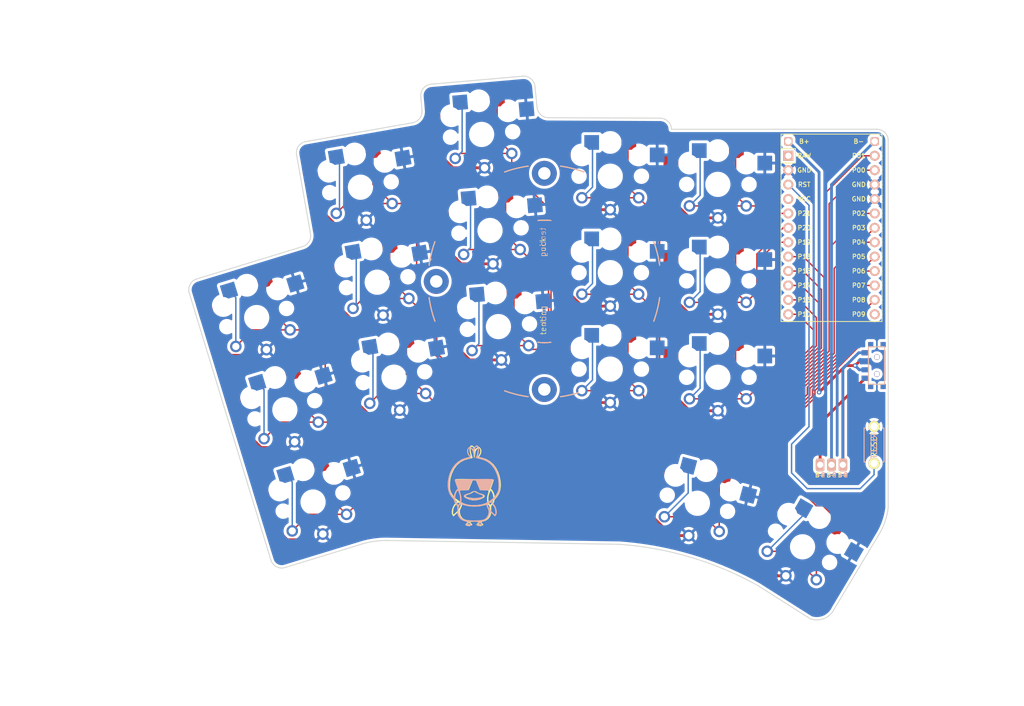
<source format=kicad_pcb>
(kicad_pcb (version 20211014) (generator pcbnew)
  (title_block (title "board") (rev "v1.0.0") (company "Unknown"))
  (layers (0 "F.Cu" signal) (31 "B.Cu" signal) (34 "B.Paste" user) (35 "F.Paste" user) (36 "B.SilkS" user "B.Silkscreen") (37 "F.SilkS" user "F.Silkscreen") (38 "B.Mask" user) (39 "F.Mask" user) (44 "Edge.Cuts" user))
  (net 0 "")
  (net 1 "P6")
  (net 2 "GND")
  (net 3 "P5")
  (net 4 "P4")
  (net 5 "P3")
  (net 6 "P2")
  (net 7 "P0")
  (net 8 "P1")
  (net 9 "P18")
  (net 10 "P15")
  (net 11 "P14")
  (net 12 "P16")
  (net 13 "P10")
  (net 14 "P19")
  (net 15 "P20")
  (net 16 "P21")
  (net 17 "P7")
  (net 18 "P8")
  (net 19 "P9")
  (net 20 "RAW")
  (net 21 "RST")
  (net 22 "VCC")
  (net 23 "Bplus")
  (net 24 "Bminus")
  (net 25 "Braw")
  (footprint "E73:SPDT_C128955" (layer "F.Cu") (at 162.411087 -73.316483 -90)
    (fp_text reference "T1" hide)
    (fp_text value "" hide)
  )
  (footprint "lib:bat" (layer "F.Cu") (at 154.411087 -55.816483)
    (fp_text reference "PAD1" hide)
    (fp_text value "" hide)
  )
  (footprint "kbd:ResetSW" (layer "F.Cu") (at 161.911087 -59.316483 -90)
    (fp_text reference "B1" hide)
    (fp_text value "")
  )
  (footprint "PG1350" (layer "F.Cu") (at 71.38711 -104.745067 10)
    (fp_text reference "S11" hide)
    (fp_text value "" hide)
  )
  (footprint "PG1350" (layer "F.Cu") (at 149.311482 -41.360213 150)
    (fp_text reference "S34" hide)
    (fp_text value "" hide)
  )
  (footprint "PG1350" (layer "F.Cu") (at 94.221643 -97.114167 5)
    (fp_text reference "S15" hide)
    (fp_text value "" hide)
  )
  (footprint "PG1350" (layer "F.Cu") (at 115.411087 -89.686017)
    (fp_text reference "S21" hide)
    (fp_text value "" hide)
  )
  (footprint "PG1350" (layer "F.Cu") (at 77.291148 -71.261603 -170)
    (fp_text reference "S8" hide)
    (fp_text value "" hide)
  )
  (footprint "PG1350" (layer "F.Cu") (at 95.703291 -80.178857 -175)
    (fp_text reference "S14" hide)
    (fp_text value "" hide)
  )
  (footprint "PG1350" (layer "F.Cu") (at 115.411087 -72.686017 180)
    (fp_text reference "S20" hide)
    (fp_text value "" hide)
  )
  (footprint "PG1350" (layer "F.Cu") (at 134.377759 -88.246289 180)
    (fp_text reference "S28" hide)
    (fp_text value "" hide)
  )
  (footprint "PG1350" (layer "F.Cu") (at 134.377759 -71.246289 180)
    (fp_text reference "S26" hide)
    (fp_text value "" hide)
  )
  (footprint "PG1350" (layer "F.Cu") (at 134.377759 -105.246289)
    (fp_text reference "S29" hide)
    (fp_text value "" hide)
  )
  (footprint "LOGO" (layer "F.Cu") (at 91.44 -50.8)
    (fp_text reference "G***" hide)
    (fp_text value "LOGO" hide)
  )
  (footprint "PG1350" (layer "F.Cu") (at 149.311482 -41.360213 -30)
    (fp_text reference "S33" hide)
    (fp_text value "" hide)
  )
  (footprint "PG1350" (layer "F.Cu") (at 77.291148 -71.261603 10)
    (fp_text reference "S7" hide)
    (fp_text value "" hide)
  )
  (footprint "PG1350" (layer "F.Cu") (at 63.029681 -49.257181 -163)
    (fp_text reference "S2" hide)
    (fp_text value "" hide)
  )
  (footprint "E73:SPDT_C128955" (layer "F.Cu") (at 162.411087 -73.316483 -90)
    (fp_text reference "T2" hide)
    (fp_text value "" hide)
  )
  (footprint "PG1350" (layer "F.Cu") (at 63.029681 -49.257181 17)
    (fp_text reference "S1" hide)
    (fp_text value "" hide)
  )
  (footprint "PG1350" (layer "F.Cu") (at 53.089043 -81.771543 17)
    (fp_text reference "S5" hide)
    (fp_text value "" hide)
  )
  (footprint "PG1350" (layer "F.Cu") (at 134.377759 -88.246289)
    (fp_text reference "S27" hide)
    (fp_text value "" hide)
  )
  (footprint "PG1350" (layer "F.Cu") (at 74.339129 -88.003335 10)
    (fp_text reference "S9" hide)
    (fp_text value "" hide)
  )
  (footprint "PG1350" (layer "F.Cu") (at 94.221643 -97.114167 -175)
    (fp_text reference "S16" hide)
    (fp_text value "" hide)
  )
  (footprint "PG1350" (layer "F.Cu") (at 134.377759 -105.246289 180)
    (fp_text reference "S30" hide)
    (fp_text value "" hide)
  )
  (footprint "PG1350" (layer "F.Cu") (at 95.703291 -80.178857 5)
    (fp_text reference "S13" hide)
    (fp_text value "" hide)
  )
  (footprint "PG1350" (layer "F.Cu") (at 115.411087 -106.686017 180)
    (fp_text reference "S24" hide)
    (fp_text value "" hide)
  )
  (footprint "PG1350" (layer "F.Cu") (at 92.739996 -114.049477 5)
    (fp_text reference "S17" hide)
    (fp_text value "" hide)
  )
  (footprint "PG1350" (layer "F.Cu") (at 58.059362 -65.514362 -163)
    (fp_text reference "S4" hide)
    (fp_text value "" hide)
  )
  (footprint "PG1350" (layer "F.Cu") (at 74.339129 -88.003335 -170)
    (fp_text reference "S10" hide)
    (fp_text value "" hide)
  )
  (footprint "PG1350" (layer "F.Cu") (at 115.411087 -89.686017 180)
    (fp_text reference "S22" hide)
    (fp_text value "" hide)
  )
  (footprint "PG1350" (layer "F.Cu") (at 130.773883 -49.038738 -15)
    (fp_text reference "S31" hide)
    (fp_text value "" hide)
  )
  (footprint "ProMicro" (layer "F.Cu") (at 154.411087 -96.316483 -90)
    (fp_text reference "MCU1" hide)
    (fp_text value "" hide)
  )
  (footprint "PG1350" (layer "F.Cu") (at 58.059362 -65.514362 17)
    (fp_text reference "S3" hide)
    (fp_text value "" hide)
  )
  (footprint "PG1350" (layer "F.Cu") (at 130.773883 -49.038738 165)
    (fp_text reference "S32" hide)
    (fp_text value "" hide)
  )
  (footprint "Alaa:Tenting_Puck_3_Holes" (layer "F.Cu") (at 103.79722 -88.141427)
    (fp_text reference "REF**")
    (fp_text value "Tenting Puck")
  )
  (footprint "PG1350" (layer "F.Cu") (at 71.38711 -104.745067 -170)
    (fp_text reference "S12" hide)
    (fp_text value "" hide)
  )
  (footprint "PG1350" (layer "F.Cu") (at 115.411087 -106.686017)
    (fp_text reference "S23" hide)
    (fp_text value "" hide)
  )
  (footprint "PG1350" (layer "F.Cu") (at 134.377759 -71.246289)
    (fp_text reference "S25" hide)
    (fp_text value "" hide)
  )
  (footprint "PG1350" (layer "F.Cu") (at 53.089043 -81.771543 -163)
    (fp_text reference "S6" hide)
    (fp_text value "" hide)
  )
  (footprint "PG1350" (layer "F.Cu") (at 115.411087 -72.686017)
    (fp_text reference "S19" hide)
    (fp_text value "" hide)
  )
  (footprint "PG1350" (layer "F.Cu") (at 92.739996 -114.049477 -175)
    (fp_text reference "S18" hide)
    (fp_text value "" hide)
  )
  (footprint "LOGO" (layer "B.Cu") (at 91.44 -50.8 180)
    (fp_text reference "G***" hide)
    (fp_text value "LOGO" hide)
  )
  (gr_arc (start 104.509588 -117.005368) (mid 103.158397 -117.530806) (end 102.517198 -118.831058) (layer "Edge.Cuts") (width 0.15))
  (gr_arc (start 82.233091 -118.259454) (mid 81.827408 -116.867619) (end 80.587997 -116.115527) (layer "Edge.Cuts") (width 0.15))
  (gr_arc (start 164.411087 -48.26) (mid 163.77349 -45.615074) (end 162.56 -43.18) (layer "Edge.Cuts") (width 0.15))
  (gr_line (start 60.120825 -110.475759) (end 62.576774 -96.547382) (layer "Edge.Cuts") (width 0.15))
  (gr_line (start 116.922394 -41.80264) (end 76.148965 -42.467382) (layer "Edge.Cuts") (width 0.15))
  (gr_line (start 83.834124 -122.906984) (end 99.972478 -124.318907) (layer "Edge.Cuts") (width 0.15))
  (gr_arc (start 58.09038 -37.708445) (mid 56.566694 -37.855159) (end 55.593028 -39.036311) (layer "Edge.Cuts") (width 0.15))
  (gr_line (start 58.090381 -37.708444) (end 71.518873 -41.813947) (layer "Edge.Cuts") (width 0.15))
  (gr_line (start 126.206535 -114.966483) (end 144.510462 -114.966483) (layer "Edge.Cuts") (width 0.15))
  (gr_line (start 162.411087 -114.966483) (end 144.510462 -114.966483) (layer "Edge.Cuts") (width 0.15))
  (gr_line (start 104.509588 -117.005368) (end 124.20716 -116.916483) (layer "Edge.Cuts") (width 0.15))
  (gr_arc (start 71.518873 -41.813947) (mid 73.8083 -42.322192) (end 76.148965 -42.467382) (layer "Edge.Cuts") (width 0.15))
  (gr_line (start 41.20834 -86.086505) (end 55.593028 -39.036311) (layer "Edge.Cuts") (width 0.15))
  (gr_arc (start 99.972478 -124.318908) (mid 101.432366 -123.858608) (end 102.139179 -122.500829) (layer "Edge.Cuts") (width 0.15))
  (gr_arc (start 60.120826 -110.475759) (mid 60.452137 -111.970208) (end 61.743144 -112.792671) (layer "Edge.Cuts") (width 0.15))
  (gr_line (start 154.94 -30.48) (end 162.56 -43.18) (layer "Edge.Cuts") (width 0.15))
  (gr_arc (start 116.922394 -41.80264) (mid 129.586715 -39.516366) (end 141.446897 -34.521564) (layer "Edge.Cuts") (width 0.15))
  (gr_line (start 150.695205 -28.661253) (end 141.446897 -34.521564) (layer "Edge.Cuts") (width 0.15))
  (gr_arc (start 124.20716 -116.916483) (mid 125.603587 -116.348269) (end 126.206535 -114.966483) (layer "Edge.Cuts") (width 0.15))
  (gr_arc (start 154.94 -30.48) (mid 153.168996 -28.750504) (end 150.695205 -28.661253) (layer "Edge.Cuts") (width 0.15))
  (gr_arc (start 41.208341 -86.086504) (mid 41.355055 -87.61019) (end 42.536206 -88.583857) (layer "Edge.Cuts") (width 0.15))
  (gr_line (start 102.139179 -122.500829) (end 102.517198 -118.831058) (layer "Edge.Cuts") (width 0.15))
  (gr_line (start 61.743144 -112.792671) (end 80.587997 -116.115527) (layer "Edge.Cuts") (width 0.15))
  (gr_arc (start 62.576773 -96.547382) (mid 62.312438 -95.155089) (end 61.191902 -94.287476) (layer "Edge.Cuts") (width 0.15))
  (gr_arc (start 82.016046 -120.740284) (mid 82.476347 -122.20017) (end 83.834124 -122.906984) (layer "Edge.Cuts") (width 0.15))
  (gr_line (start 42.536206 -88.583857) (end 61.191902 -94.287476) (layer "Edge.Cuts") (width 0.15))
  (gr_line (start 82.23309 -118.259454) (end 82.016046 -120.740283) (layer "Edge.Cuts") (width 0.15))
  (gr_arc (start 162.411087 -114.966483) (mid 163.825301 -114.380697) (end 164.411087 -112.966483) (layer "Edge.Cuts") (width 0.15))
  (gr_line (start 164.411087 -48.26) (end 164.411087 -112.966483) (layer "Edge.Cuts") (width 0.15))
  (segment (start 96.075173 -58.42) (end 140.968564 -58.42) (width 0.25) (layer "F.Cu") (net 1))
  (segment (start 62.282887 -47.085081) (end 59.35917 -44.161364) (width 0.25) (layer "F.Cu") (net 1))
  (segment (start 156.23304 -85.87504) (end 160.324483 -89.966483) (width 0.25) (layer "F.Cu") (net 1))
  (segment (start 88.341409 -61.014064) (end 93.481109 -61.014064) (width 0.25) (layer "F.Cu") (net 1))
  (segment (start 77.84096 -62.60096) (end 86.754511 -62.60096) (width 0.25) (layer "F.Cu") (net 1))
  (segment (start 68.922217 -47.085081) (end 62.282887 -47.085081) (width 0.25) (layer "F.Cu") (net 1))
  (segment (start 156.23304 -74.91229) (end 156.23304 -85.87504) (width 0.25) (layer "F.Cu") (net 1))
  (segment (start 73.66 -58.42) (end 77.84096 -62.60096) (width 0.25) (layer "F.Cu") (net 1))
  (segment (start 73.66 -51.822864) (end 73.66 -58.42) (width 0.25) (layer "F.Cu") (net 1))
  (segment (start 150.598649 -68.050085) (end 150.598649 -69.277899) (width 0.25) (layer "F.Cu") (net 1))
  (segment (start 68.922217 -47.085081) (end 73.66 -51.822864) (width 0.25) (layer "F.Cu") (net 1))
  (segment (start 140.968564 -58.42) (end 150.598649 -68.050085) (width 0.25) (layer "F.Cu") (net 1))
  (segment (start 86.754511 -62.60096) (end 88.341409 -61.014064) (width 0.25) (layer "F.Cu") (net 1))
  (segment (start 93.481109 -61.014064) (end 96.075173 -58.42) (width 0.25) (layer "F.Cu") (net 1))
  (segment (start 64.421967 -55.904712) (end 64.421967 -51.585331) (width 0.25) (layer "F.Cu") (net 1))
  (segment (start 150.598649 -69.277899) (end 156.23304 -74.91229) (width 0.25) (layer "F.Cu") (net 1))
  (segment (start 64.421967 -51.585331) (end 68.922217 -47.085081) (width 0.25) (layer "F.Cu") (net 1))
  (segment (start 160.324483 -89.966483) (end 162.031087 -89.966483) (width 0.25) (layer "F.Cu") (net 1))
  (segment (start 58.158171 -53.989677) (end 59.35917 -52.788678) (width 0.25) (layer "B.Cu") (net 1))
  (segment (start 59.35917 -52.788678) (end 59.35917 -44.161364) (width 0.25) (layer "B.Cu") (net 1))
  (segment (start 53.878684 -58.856165) (end 49.049546 -63.685303) (width 0.5) (layer "F.Cu") (net 2))
  (segment (start 90.637192 -74.301308) (end 87.132946 -77.805554) (width 0.5) (layer "F.Cu") (net 2))
  (segment (start 129.405212 -65.346289) (end 126.102759 -68.648742) (width 0.5) (layer "F.Cu") (net 2))
  (segment (start 87.673897 -108.171928) (end 84.169651 -111.676174) (width 0.5) (layer "F.Cu") (net 2))
  (segment (start 67.206698 -97.918702) (end 62.586645 -102.538755) (width 0.5) (layer "F.Cu") (net 2))
  (segment (start 129.246851 -43.339776) (end 126.210733 -43.339776) (width 0.5) (layer "F.Cu") (net 2))
  (segment (start 126.102759 -85.648742) (end 126.102759 -91.996289) (width 0.5) (layer "F.Cu") (net 2))
  (segment (start 115.411087 -66.786017) (end 109.81576 -66.786017) (width 0.5) (layer "F.Cu") (net 2))
  (segment (start 125.807135 -53.741241) (end 126.868581 -54.802687) (width 0.5) (layer "F.Cu") (net 2))
  (segment (start 134.377759 -82.346289) (end 129.405212 -82.346289) (width 0.5) (layer "F.Cu") (net 2))
  (segment (start 84.169651 -111.676174) (end 84.169651 -117.063993) (width 0.5) (layer "F.Cu") (net 2))
  (segment (start 96.21751 -74.301308) (end 90.637192 -74.301308) (width 0.5) (layer "F.Cu") (net 2))
  (segment (start 70.08003 -81.17697) (end 65.538664 -85.718336) (width 0.5) (layer "F.Cu") (net 2))
  (segment (start 141.307237 -39.868068) (end 141.307237 -46.032423) (width 0.5) (layer "F.Cu") (net 2))
  (segment (start 59.784355 -59.872164) (end 58.768356 -58.856165) (width 0.5) (layer "F.Cu") (net 2))
  (segment (start 77.299673 -64.435238) (end 73.105762 -64.435238) (width 0.5) (layer "F.Cu") (net 2))
  (segment (start 54.019865 -47.072135) (end 54.019865 -50.423948) (width 0.5) (layer "F.Cu") (net 2))
  (segment (start 126.102759 -102.648742) (end 126.102759 -108.996289) (width 0.5) (layer "F.Cu") (net 2))
  (segment (start 68.490683 -69.050317) (end 68.490683 -73.517693) (width 0.5) (layer "F.Cu") (net 2))
  (segment (start 126.210733 -43.339776) (end 122.689972 -46.860537) (width 0.5) (layer "F.Cu") (net 2))
  (segment (start 93.254215 -108.171928) (end 87.673897 -108.171928) (width 0.5) (layer "F.Cu") (net 2))
  (segment (start 72.411634 -98.934701) (end 71.395635 -97.918702) (width 0.5) (layer "F.Cu") (net 2))
  (segment (start 44.079227 -79.593373) (end 44.079227 -82.93831) (width 0.5) (layer "F.Cu") (net 2))
  (segment (start 64.754674 -43.614983) (end 63.738675 -42.598984) (width 0.5) (layer "F.Cu") (net 2))
  (segment (start 129.405212 -99.346289) (end 126.102759 -102.648742) (width 0.5) (layer "F.Cu") (net 2))
  (segment (start 107.136087 -103.216201) (end 107.136087 -110.436017) (width 0.5) (layer "F.Cu") (net 2))
  (segment (start 115.411087 -100.786017) (end 109.566271 -100.786017) (width 0.5) (layer "F.Cu") (net 2))
  (segment (start 73.105762 -64.435238) (end 68.490683 -69.050317) (width 0.5) (layer "F.Cu") (net 2))
  (segment (start 110.43854 -83.786017) (end 107.136087 -87.08847) (width 0.5) (layer "F.Cu") (net 2))
  (segment (start 141.307237 -46.032423) (end 144.020122 -48.745308) (width 0.5) (layer "F.Cu") (net 2))
  (segment (start 144.924642 -36.250663) (end 141.307237 -39.868068) (width 0.5) (layer "F.Cu") (net 2))
  (segment (start 108.15356 -68.448217) (end 108.15356 -75.418544) (width 0.5) (layer "F.Cu") (net 2))
  (segment (start 129.405212 -82.346289) (end 126.102759 -85.648742) (width 0.5) (layer "F.Cu") (net 2))
  (segment (start 62.586645 -102.538755) (end 62.586645 -107.001157) (width 0.5) (layer "F.Cu") (net 2))
  (segment (start 115.411087 -83.786017) (end 110.43854 -83.786017) (width 0.5) (layer "F.Cu") (net 2))
  (segment (start 58.493016 -42.598984) (end 54.019865 -47.072135) (width 0.5) (layer "F.Cu") (net 2))
  (segment (start 126.102759 -68.648742) (end 126.102759 -74.996289) (width 0.5) (layer "F.Cu") (net 2))
  (segment (start 85.651298 -94.740864) (end 85.651298 -100.128683) (width 0.5) (layer "F.Cu") (net 2))
  (segment (start 107.136087 -87.08847) (end 107.136087 -93.436017) (width 0.5) (layer "F.Cu") (net 2))
  (segment (start 108.15356 -76.015027) (end 107.136087 -77.0325) (width 0.5) (layer "F.Cu") (net 2))
  (segment (start 109.566271 -100.786017) (end 107.136087 -103.216201) (width 0.5) (layer "F.Cu") (net 2))
  (segment (start 134.377759 -65.346289) (end 129.405212 -65.346289) (width 0.5) (layer "F.Cu") (net 2))
  (segment (start 87.132946 -77.805554) (end 87.132946 -83.193373) (width 0.5) (layer "F.Cu") (net 2))
  (segment (start 78.315672 -65.451237) (end 77.299673 -64.435238) (width 0.5) (layer "F.Cu") (net 2))
  (segment (start 122.689972 -46.860537) (end 122.689972 -53.741241) (width 0.5) (layer "F.Cu") (net 2))
  (segment (start 58.768356 -58.856165) (end 53.878684 -58.856165) (width 0.5) (layer "F.Cu") (net 2))
  (segment (start 63.738675 -42.598984) (end 58.493016 -42.598984) (width 0.5) (layer "F.Cu") (net 2))
  (segment (start 53.798037 -75.113346) (end 48.559254 -75.113346) (width 0.5) (layer "F.Cu") (net 2))
  (segment (start 48.559254 -75.113346) (end 44.079227 -79.593373) (width 0.5) (layer "F.Cu") (net 2))
  (segment (start 134.377759 -99.346289) (end 129.405212 -99.346289) (width 0.5) (layer "F.Cu") (net 2))
  (segment (start 49.049546 -63.685303) (end 49.049546 -66.681129) (width 0.5) (layer "F.Cu") (net 2))
  (segment (start 75.363653 -82.192969) (end 74.347654 -81.17697) (width 0.5) (layer "F.Cu") (net 2))
  (segment (start 94.735862 -91.236618) (end 89.155544 -91.236618) (width 0.5) (layer "F.Cu") (net 2))
  (segment (start 146.361482 -36.250663) (end 144.924642 -36.250663) (width 0.5) (layer "F.Cu") (net 2))
  (segment (start 109.81576 -66.786017) (end 108.15356 -68.448217) (width 0.5) (layer "F.Cu") (net 2))
  (segment (start 74.347654 -81.17697) (end 70.08003 -81.17697) (width 0.5) (layer "F.Cu") (net 2))
  (segment (start 54.814036 -76.129345) (end 53.798037 -75.113346) (width 0.5) (layer "F.Cu") (net 2))
  (segment (start 89.155544 -91.236618) (end 85.651298 -94.740864) (width 0.5) (layer "F.Cu") (net 2))
  (segment (start 65.538664 -85.718336) (end 65.538664 -90.259425) (width 0.5) (layer "F.Cu") (net 2))
  (segment (start 71.395635 -97.918702) (end 67.206698 -97.918702) (width 0.5) (layer "F.Cu") (net 2))
  (segment (start 155.78352 -86.258916) (end 162.031087 -92.506483) (width 0.25) (layer "F.Cu") (net 3))
  (segment (start 88.527606 -61.463584) (end 93.667305 -61.463584) (width 0.25) (layer "F.Cu") (net 3))
  (segment (start 69.39742 -63.342262) (end 69.689203 -63.05048) (width 0.25) (layer "F.Cu") (net 3))
  (segment (start 59.451648 -67.842512) (end 63.951898 -63.342262) (width 0.25) (layer "F.Cu") (net 3))
  (segment (start 155.78352 -75.098488) (end 155.78352 -86.258916) (width 0.25) (layer "F.Cu") (net 3))
  (segment (start 140.782366 -58.86952) (end 150.149129 -68.236283) (width 0.25) (layer "F.Cu") (net 3))
  (segment (start 63.951898 -63.342262) (end 69.39742 -63.342262) (width 0.25) (layer "F.Cu") (net 3))
  (segment (start 69.689203 -63.05048) (end 86.940708 -63.05048) (width 0.25) (layer "F.Cu") (net 3))
  (segment (start 63.951898 -63.342262) (end 57.312568 -63.342262) (width 0.25) (layer "F.Cu") (net 3))
  (segment (start 150.149129 -68.236283) (end 150.149129 -69.464097) (width 0.25) (layer "F.Cu") (net 3))
  (segment (start 57.312568 -63.342262) (end 54.388851 -60.418545) (width 0.25) (layer "F.Cu") (net 3))
  (segment (start 150.149129 -69.464097) (end 155.78352 -75.098488) (width 0.25) (layer "F.Cu") (net 3))
  (segment (start 86.940708 -63.05048) (end 88.527606 -61.463584) (width 0.25) (layer "F.Cu") (net 3))
  (segment (start 93.667305 -61.463584) (end 96.261369 -58.86952) (width 0.25) (layer "F.Cu") (net 3))
  (segment (start 96.261369 -58.86952) (end 140.782366 -58.86952) (width 0.25) (layer "F.Cu") (net 3))
  (segment (start 59.451648 -72.161893) (end 59.451648 -67.842512) (width 0.25) (layer "F.Cu") (net 3))
  (segment (start 53.187852 -70.246858) (end 54.388851 -69.045859) (width 0.25) (layer "B.Cu") (net 3))
  (segment (start 54.388851 -69.045859) (end 54.388851 -60.418545) (width 0.25) (layer "B.Cu") (net 3))
  (segment (start 69.8754 -63.5) (end 87.126906 -63.5) (width 0.25) (layer "F.Cu") (net 4))
  (segment (start 58.981579 -79.599443) (end 52.342249 -79.599443) (width 0.25) (layer "F.Cu") (net 4))
  (segment (start 54.481329 -88.419074) (end 54.481329 -84.099693) (width 0.25) (layer "F.Cu") (net 4))
  (segment (start 52.342249 -79.599443) (end 49.418532 -76.675726) (width 0.25) (layer "F.Cu") (net 4))
  (segment (start 54.481329 -84.099693) (end 58.981579 -79.599443) (width 0.25) (layer "F.Cu") (net 4))
  (segment (start 65.1764 -76.1238) (end 65.1764 -68.199) (width 0.25) (layer "F.Cu") (net 4))
  (segment (start 93.853502 -61.913104) (end 96.447566 -59.31904) (width 0.25) (layer "F.Cu") (net 4))
  (segment (start 58.981579 -79.599443) (end 61.700757 -79.599443) (width 0.25) (layer "F.Cu") (net 4))
  (segment (start 160.146683 -95.046483) (end 162.031087 -95.046483) (width 0.25) (layer "F.Cu") (net 4))
  (segment (start 149.699609 -69.650295) (end 155.334 -75.284686) (width 0.25) (layer "F.Cu") (net 4))
  (segment (start 61.700757 -79.599443) (end 65.1764 -76.1238) (width 0.25) (layer "F.Cu") (net 4))
  (segment (start 155.334 -75.284686) (end 155.334 -90.2338) (width 0.25) (layer "F.Cu") (net 4))
  (segment (start 140.596168 -59.31904) (end 149.699609 -68.422481) (width 0.25) (layer "F.Cu") (net 4))
  (segment (start 149.699609 -68.422481) (end 149.699609 -69.650295) (width 0.25) (layer "F.Cu") (net 4))
  (segment (start 87.126906 -63.5) (end 88.713803 -61.913104) (width 0.25) (layer "F.Cu") (net 4))
  (segment (start 96.447566 -59.31904) (end 140.596168 -59.31904) (width 0.25) (layer "F.Cu") (net 4))
  (segment (start 88.713803 -61.913104) (end 93.853502 -61.913104) (width 0.25) (layer "F.Cu") (net 4))
  (segment (start 65.1764 -68.199) (end 69.8754 -63.5) (width 0.25) (layer "F.Cu") (net 4))
  (segment (start 155.334 -90.2338) (end 160.146683 -95.046483) (width 0.25) (layer "F.Cu") (net 4))
  (segment (start 48.217533 -86.504039) (end 49.418532 -85.30304) (width 0.25) (layer "B.Cu") (net 4))
  (segment (start 49.418532 -85.30304) (end 49.418532 -76.675726) (width 0.25) (layer "B.Cu") (net 4))
  (segment (start 88.9 -62.362624) (end 94.0397 -62.362624) (width 0.25) (layer "F.Cu") (net 5))
  (segment (start 154.88448 -90.439876) (end 162.031087 -97.586483) (width 0.25) (layer "F.Cu") (net 5))
  (segment (start 94.0397 -62.362624) (end 96.633764 -59.76856) (width 0.25) (layer "F.Cu") (net 5))
  (segment (start 79.483187 -71.779437) (end 82.87505 -68.387574) (width 0.25) (layer "F.Cu") (net 5))
  (segment (start 149.250089 -68.608679) (end 149.250089 -69.836493) (width 0.25) (layer "F.Cu") (net 5))
  (segment (start 82.87505 -68.387574) (end 74.763453 -68.387574) (width 0.25) (layer "F.Cu") (net 5))
  (segment (start 79.483187 -77.689907) (end 79.483187 -71.779437) (width 0.25) (layer "F.Cu") (net 5))
  (segment (start 74.763453 -68.387574) (end 73.026972 -66.651093) (width 0.25) (layer "F.Cu") (net 5))
  (segment (start 82.87505 -68.387574) (end 88.9 -62.362624) (width 0.25) (layer "F.Cu") (net 5))
  (segment (start 149.250089 -69.836493) (end 154.88448 -75.470884) (width 0.25) (layer "F.Cu") (net 5))
  (segment (start 154.88448 -75.470884) (end 154.88448 -90.439876) (width 0.25) (layer "F.Cu") (net 5))
  (segment (start 140.40997 -59.76856) (end 149.250089 -68.608679) (width 0.25) (layer "F.Cu") (net 5))
  (segment (start 96.633764 -59.76856) (end 140.40997 -59.76856) (width 0.25) (layer "F.Cu") (net 5))
  (segment (start 73.59045 -67.214571) (end 73.026972 -66.651093) (width 0.25) (layer "B.Cu") (net 5))
  (segment (start 73.032696 -76.552511) (end 73.59045 -75.994757) (width 0.25) (layer "B.Cu") (net 5))
  (segment (start 73.59045 -75.994757) (end 73.59045 -67.214571) (width 0.25) (layer "B.Cu") (net 5))
  (segment (start 154.43496 -75.657082) (end 154.43496 -94.49096) (width 0.25) (layer "F.Cu") (net 6))
  (segment (start 76.531168 -88.521169) (end 79.923031 -85.129306) (width 0.25) (layer "F.Cu") (net 6))
  (segment (start 84.38648 -80.665857) (end 84.38648 -75.353403) (width 0.25) (layer "F.Cu") (net 6))
  (segment (start 148.800569 -70.022691) (end 154.43496 -75.657082) (width 0.25) (layer "F.Cu") (net 6))
  (segment (start 76.531168 -94.431639) (end 76.531168 -88.521169) (width 0.25) (layer "F.Cu") (net 6))
  (segment (start 148.800569 -68.794877) (end 148.800569 -70.022691) (width 0.25) (layer "F.Cu") (net 6))
  (segment (start 84.38648 -75.353403) (end 89.34952 -70.390363) (width 0.25) (layer "F.Cu") (net 6))
  (segment (start 154.43496 -94.49096) (end 160.070483 -100.126483) (width 0.25) (layer "F.Cu") (net 6))
  (segment (start 140.223772 -60.21808) (end 148.800569 -68.794877) (width 0.25) (layer "F.Cu") (net 6))
  (segment (start 96.819962 -60.21808) (end 140.223772 -60.21808) (width 0.25) (layer "F.Cu") (net 6))
  (segment (start 79.923031 -85.129306) (end 71.811434 -85.129306) (width 0.25) (layer "F.Cu") (net 6))
  (segment (start 89.34952 -70.390363) (end 89.34952 -67.688522) (width 0.25) (layer "F.Cu") (net 6))
  (segment (start 79.923031 -85.129306) (end 84.38648 -80.665857) (width 0.25) (layer "F.Cu") (net 6))
  (segment (start 89.34952 -67.688522) (end 96.819962 -60.21808) (width 0.25) (layer "F.Cu") (net 6))
  (segment (start 71.811434 -85.129306) (end 70.074953 -83.392825) (width 0.25) (layer "F.Cu") (net 6))
  (segment (start 160.070483 -100.126483) (end 162.031087 -100.126483) (width 0.25) (layer "F.Cu") (net 6))
  (segment (start 70.638431 -83.956303) (end 70.074953 -83.392825) (width 0.25) (layer "B.Cu") (net 6))
  (segment (start 70.638431 -92.736489) (end 70.638431 -83.956303) (width 0.25) (layer "B.Cu") (net 6))
  (segment (start 70.080677 -93.294243) (end 70.638431 -92.736489) (width 0.25) (layer "B.Cu") (net 6))
  (segment (start 68.859415 -101.871038) (end 67.122934 -100.134557) (width 0.25) (layer "F.Cu") (net 7))
  (segment (start 148.351049 -70.208889) (end 153.98544 -75.84328) (width 0.25) (layer "F.Cu") (net 7))
  (segment (start 84.836 -75.539601) (end 89.79904 -70.57656) (width 0.25) (layer "F.Cu") (net 7))
  (segment (start 97.00616 -60.6676) (end 140.037574 -60.6676) (width 0.25) (layer "F.Cu") (net 7))
  (segment (start 73.579149 -111.173371) (end 73.579149 -105.262901) (width 0.25) (layer "F.Cu") (net 7))
  (segment (start 89.79904 -70.57656) (end 89.79904 -67.87472) (width 0.25) (layer "F.Cu") (net 7))
  (segment (start 81.28 -86.36) (end 84.836 -82.804) (width 0.25) (layer "F.Cu") (net 7))
  (segment (start 140.037574 -60.6676) (end 148.351049 -68.981075) (width 0.25) (layer "F.Cu") (net 7))
  (segment (start 76.971012 -101.871038) (end 68.859415 -101.871038) (width 0.25) (layer "F.Cu") (net 7))
  (segment (start 79.561162 -101.871038) (end 81.28 -100.1522) (width 0.25) (layer "F.Cu") (net 7))
  (segment (start 84.836 -82.804) (end 84.836 -75.539601) (width 0.25) (layer "F.Cu") (net 7))
  (segment (start 89.79904 -67.87472) (end 97.00616 -60.6676) (width 0.25) (layer "F.Cu") (net 7))
  (segment (start 153.98544 -75.84328) (end 153.98544 -101.83924) (width 0.25) (layer "F.Cu") (net 7))
  (segment (start 153.98544 -101.83924) (end 159.892683 -107.746483) (width 0.25) (layer "F.Cu") (net 7))
  (segment (start 76.971012 -101.871038) (end 79.561162 -101.871038) (width 0.25) (layer "F.Cu") (net 7))
  (segment (start 148.351049 -68.981075) (end 148.351049 -70.208889) (width 0.25) (layer "F.Cu") (net 7))
  (segment (start 159.892683 -107.746483) (end 162.031087 -107.746483) (width 0.25) (layer "F.Cu") (net 7))
  (segment (start 73.579149 -105.262901) (end 76.971012 -101.871038) (width 0.25) (layer "F.Cu") (net 7))
  (segment (start 81.28 -100.1522) (end 81.28 -86.36) (width 0.25) (layer "F.Cu") (net 7))
  (segment (start 67.686412 -100.698035) (end 67.122934 -100.134557) (width 0.25) (layer "B.Cu") (net 7))
  (segment (start 67.128658 -110.035975) (end 67.686412 -109.478221) (width 0.25) (layer "B.Cu") (net 7))
  (segment (start 67.686412 -109.478221) (end 67.686412 -100.698035) (width 0.25) (layer "B.Cu") (net 7))
  (segment (start 101.015456 -76.829096) (end 101.683852 -76.1607) (width 0.25) (layer "F.Cu") (net 8))
  (segment (start 91.925067 -76.829096) (end 91.053509 -75.957538) (width 0.25) (layer "F.Cu") (net 8))
  (segment (start 106.68 -63.284724) (end 108.847604 -61.11712) (width 0.25) (layer "F.Cu") (net 8))
  (segment (start 153.53592 -76.029478) (end 153.53592 -103.92972) (width 0.25) (layer "F.Cu") (net 8))
  (segment (start 101.015456 -76.829096) (end 98.447252 -79.3973) (width 0.25) (layer "F.Cu") (net 8))
  (segment (start 98.447252 -79.3973) (end 98.447252 -86.391651) (width 0.25) (layer "F.Cu") (net 8))
  (segment (start 147.901529 -69.167273) (end 147.901529 -70.395087) (width 0.25) (layer "F.Cu") (net 8))
  (segment (start 101.683852 -76.1607) (end 103.244938 -76.1607) (width 0.25) (layer "F.Cu") (net 8))
  (segment (start 147.901529 -70.395087) (end 153.53592 -76.029478) (width 0.25) (layer "F.Cu") (net 8))
  (segment (start 139.851376 -61.11712) (end 147.901529 -69.167273) (width 0.25) (layer "F.Cu") (net 8))
  (segment (start 101.015456 -76.829096) (end 91.925067 -76.829096) (width 0.25) (layer "F.Cu") (net 8))
  (segment (start 108.847604 -61.11712) (end 139.851376 -61.11712) (width 0.25) (layer "F.Cu") (net 8))
  (segment (start 106.68 -70.883508) (end 106.68 -63.284724) (width 0.25) (layer "F.Cu") (net 8))
  (segment (start 103.244938 -74.31857) (end 106.68 -70.883508) (width 0.25) (layer "F.Cu") (net 8))
  (segment (start 159.892683 -110.286483) (end 162.031087 -110.286483) (width 0.25) (layer "F.Cu") (net 8))
  (segment (start 103.244938 -76.1607) (end 103.244938 -74.31857) (width 0.25) (layer "F.Cu") (net 8))
  (segment (start 153.53592 -103.92972) (end 159.892683 -110.286483) (width 0.25) (layer "F.Cu") (net 8))
  (segment (start 92.270004 -77.174033) (end 91.053509 -75.957538) (width 0.25) (layer "B.Cu") (net 8))
  (segment (start 91.922177 -85.82078) (end 92.270004 -85.472953) (width 0.25) (layer "B.Cu") (net 8))
  (segment (start 92.270004 -85.472953) (end 92.270004 -77.174033) (width 0.25) (layer "B.Cu") (net 8))
  (segment (start 107.12952 -71.069705) (end 107.12952 -63.470922) (width 0.25) (layer "F.Cu") (net 9))
  (segment (start 99.533808 -93.764406) (end 90.443419 -93.764406) (width 0.25) (layer "F.Cu") (net 9))
  (segment (start 96.965604 -96.33261) (end 99.533808 -93.764406) (width 0.25) (layer "F.Cu") (net 9))
  (segment (start 104.52868 -73.670546) (end 107.12952 -71.069705) (width 0.25) (layer "F.Cu") (net 9))
  (segment (start 149.428517 -92.506483) (end 146.791087 -92.506483) (width 0.25) (layer "F.Cu") (net 9))
  (segment (start 147.452009 -69.353471) (end 147.452009 -70.581285) (width 0.25) (layer "F.Cu") (net 9))
  (segment (start 96.965604 -103.326961) (end 96.965604 -96.33261) (width 0.25) (layer "F.Cu") (net 9))
  (segment (start 153.0864 -76.215676) (end 153.0864 -88.8486) (width 0.25) (layer "F.Cu") (net 9))
  (segment (start 139.665178 -61.56664) (end 147.452009 -69.353471) (width 0.25) (layer "F.Cu") (net 9))
  (segment (start 109.033802 -61.56664) (end 139.665178 -61.56664) (width 0.25) (layer "F.Cu") (net 9))
  (segment (start 104.52868 -88.769534) (end 104.52868 -73.670546) (width 0.25) (layer "F.Cu") (net 9))
  (segment (start 153.0864 -88.8486) (end 149.428517 -92.506483) (width 0.25) (layer "F.Cu") (net 9))
  (segment (start 99.533808 -93.764406) (end 104.52868 -88.769534) (width 0.25) (layer "F.Cu") (net 9))
  (segment (start 90.443419 -93.764406) (end 89.571861 -92.892848) (width 0.25) (layer "F.Cu") (net 9))
  (segment (start 107.12952 -63.470922) (end 109.033802 -61.56664) (width 0.25) (layer "F.Cu") (net 9))
  (segment (start 147.452009 -70.581285) (end 153.0864 -76.215676) (width 0.25) (layer "F.Cu") (net 9))
  (segment (start 90.788356 -94.109343) (end 89.571861 -92.892848) (width 0.25) (layer "B.Cu") (net 9))
  (segment (start 90.440529 -102.75609) (end 90.788356 -102.408263) (width 0.25) (layer "B.Cu") (net 9))
  (segment (start 90.788356 -102.408263) (end 90.788356 -94.109343) (width 0.25) (layer "B.Cu") (net 9))
  (segment (start 152.63688 -86.70732) (end 149.377717 -89.966483) (width 0.25) (layer "F.Cu") (net 10))
  (segment (start 104.9782 -73.856744) (end 107.57904 -71.255902) (width 0.25) (layer "F.Cu") (net 10))
  (segment (start 107.57904 -63.65712) (end 109.22 -62.01616) (width 0.25) (layer "F.Cu") (net 10))
  (segment (start 147.002489 -70.767483) (end 152.63688 -76.401874) (width 0.25) (layer "F.Cu") (net 10))
  (segment (start 95.483957 -120.262271) (end 95.483957 -113.26792) (width 0.25) (layer "F.Cu") (net 10))
  (segment (start 104.9782 -100.61575) (end 104.9782 -73.856744) (width 0.25) (layer "F.Cu") (net 10))
  (segment (start 152.63688 -76.401874) (end 152.63688 -86.70732) (width 0.25) (layer "F.Cu") (net 10))
  (segment (start 98.052161 -107.541789) (end 104.9782 -100.61575) (width 0.25) (layer "F.Cu") (net 10))
  (segment (start 107.57904 -71.255902) (end 107.57904 -63.65712) (width 0.25) (layer "F.Cu") (net 10))
  (segment (start 88.961772 -110.699716) (end 88.090214 -109.828158) (width 0.25) (layer "F.Cu") (net 10))
  (segment (start 109.22 -62.01616) (end 139.47898 -62.01616) (width 0.25) (layer "F.Cu") (net 10))
  (segment (start 98.052161 -110.699716) (end 88.961772 -110.699716) (width 0.25) (layer "F.Cu") (net 10))
  (segment (start 98.052161 -110.699716) (end 98.052161 -107.541789) (width 0.25) (layer "F.Cu") (net 10))
  (segment (start 95.483957 -113.26792) (end 98.052161 -110.699716) (width 0.25) (layer "F.Cu") (net 10))
  (segment (start 147.002489 -69.539669) (end 147.002489 -70.767483) (width 0.25) (layer "F.Cu") (net 10))
  (segment (start 139.47898 -62.01616) (end 147.002489 -69.539669) (width 0.25) (layer "F.Cu") (net 10))
  (segment (start 149.377717 -89.966483) (end 146.791087 -89.966483) (width 0.25) (layer "F.Cu") (net 10))
  (segment (start 89.306709 -111.044653) (end 88.090214 -109.828158) (width 0.25) (layer "B.Cu") (net 10))
  (segment (start 89.306709 -119.343573) (end 89.306709 -111.044653) (width 0.25) (layer "B.Cu") (net 10))
  (segment (start 88.958882 -119.6914) (end 89.306709 -119.343573) (width 0.25) (layer "B.Cu") (net 10))
  (segment (start 146.552969 -70.953681) (end 146.552969 -69.725867) (width 0.25) (layer "F.Cu") (net 11))
  (segment (start 121.313587 -67.983517) (end 120.411087 -68.886017) (width 0.25) (layer "F.Cu") (net 11))
  (segment (start 146.791087 -87.426483) (end 149.072917 -87.426483) (width 0.25) (layer "F.Cu") (net 11))
  (segment (start 146.552969 -69.725867) (end 139.292782 -62.46568) (width 0.25) (layer "F.Cu") (net 11))
  (segment (start 120.411087 -68.886017) (end 110.411087 -68.886017) (width 0.25) (layer "F.Cu") (net 11))
  (segment (start 152.18736 -84.31204) (end 152.18736 -76.588072) (width 0.25) (layer "F.Cu") (net 11))
  (segment (start 118.536566 -78.486496) (end 118.536566 -70.760538) (width 0.25) (layer "F.Cu") (net 11))
  (segment (start 152.18736 -76.588072) (end 146.552969 -70.953681) (width 0.25) (layer "F.Cu") (net 11))
  (segment (start 121.313587 -64.106413) (end 121.313587 -67.983517) (width 0.25) (layer "F.Cu") (net 11))
  (segment (start 118.536566 -70.760538) (end 120.411087 -68.886017) (width 0.25) (layer "F.Cu") (net 11))
  (segment (start 149.072917 -87.426483) (end 152.18736 -84.31204) (width 0.25) (layer "F.Cu") (net 11))
  (segment (start 118.686087 -78.636017) (end 118.536566 -78.486496) (width 0.25) (layer "F.Cu") (net 11))
  (segment (start 122.95432 -62.46568) (end 121.313587 -64.106413) (width 0.25) (layer "F.Cu") (net 11))
  (segment (start 139.292782 -62.46568) (end 122.95432 -62.46568) (width 0.25) (layer "F.Cu") (net 11))
  (segment (start 112.285608 -79.029475) (end 112.285608 -70.760538) (width 0.25) (layer "B.Cu") (net 11))
  (segment (start 112.285608 -70.760538) (end 110.411087 -68.886017) (width 0.25) (layer "B.Cu") (net 11))
  (segment (start 112.136087 -79.178996) (end 112.285608 -79.029475) (width 0.25) (layer "B.Cu") (net 11))
  (segment (start 148.615717 -84.886483) (end 146.791087 -84.886483) (width 0.25) (layer "F.Cu") (net 12))
  (segment (start 123.65488 -66.209402) (end 126.813802 -63.05048) (width 0.25) (layer "F.Cu") (net 12))
  (segment (start 120.411087 -85.886017) (end 123.65488 -82.642224) (width 0.25) (layer "F.Cu") (net 12))
  (segment (start 118.536566 -87.760538) (end 120.411087 -85.886017) (width 0.25) (layer "F.Cu") (net 12))
  (segment (start 146.103449 -71.139879) (end 151.73784 -76.77427) (width 0.25) (layer "F.Cu") (net 12))
  (segment (start 110.411087 -85.886017) (end 120.411087 -85.886017) (width 0.25) (layer "F.Cu") (net 12))
  (segment (start 146.103449 -69.912065) (end 146.103449 -71.139879) (width 0.25) (layer "F.Cu") (net 12))
  (segment (start 151.73784 -81.76436) (end 148.615717 -84.886483) (width 0.25) (layer "F.Cu") (net 12))
  (segment (start 118.536566 -95.486496) (end 118.536566 -87.760538) (width 0.25) (layer "F.Cu") (net 12))
  (segment (start 123.65488 -82.642224) (end 123.65488 -66.209402) (width 0.25) (layer "F.Cu") (net 12))
  (segment (start 139.241864 -63.05048) (end 146.103449 -69.912065) (width 0.25) (layer "F.Cu") (net 12))
  (segment (start 151.73784 -76.77427) (end 151.73784 -81.76436) (width 0.25) (layer "F.Cu") (net 12))
  (segment (start 126.813802 -63.05048) (end 139.241864 -63.05048) (width 0.25) (layer "F.Cu") (net 12))
  (segment (start 118.686087 -95.636017) (end 118.536566 -95.486496) (width 0.25) (layer "F.Cu") (net 12))
  (segment (start 112.136087 -96.178996) (end 112.285608 -96.029475) (width 0.25) (layer "B.Cu") (net 12))
  (segment (start 112.285608 -96.029475) (end 112.285608 -87.760538) (width 0.25) (layer "B.Cu") (net 12))
  (segment (start 112.285608 -87.760538) (end 110.411087 -85.886017) (width 0.25) (layer "B.Cu") (net 12))
  (segment (start 118.536566 -112.486496) (end 118.536566 -104.760538) (width 0.25) (layer "F.Cu") (net 13))
  (segment (start 139.055666 -63.5) (end 145.653929 -70.098263) (width 0.25) (layer "F.Cu") (net 13))
  (segment (start 127 -63.5) (end 139.055666 -63.5) (width 0.25) (layer "F.Cu") (net 13))
  (segment (start 151.28832 -79.52148) (end 148.463317 -82.346483) (width 0.25) (layer "F.Cu") (net 13))
  (segment (start 124.1044 -99.192704) (end 124.1044 -66.3956) (width 0.25) (layer "F.Cu") (net 13))
  (segment (start 124.1044 -66.3956) (end 127 -63.5) (width 0.25) (layer "F.Cu") (net 13))
  (segment (start 145.653929 -71.326077) (end 151.28832 -76.960468) (width 0.25) (layer "F.Cu") (net 13))
  (segment (start 120.411087 -102.886017) (end 110.411087 -102.886017) (width 0.25) (layer "F.Cu") (net 13))
  (segment (start 118.686087 -112.636017) (end 118.536566 -112.486496) (width 0.25) (layer "F.Cu") (net 13))
  (segment (start 148.463317 -82.346483) (end 146.791087 -82.346483) (width 0.25) (layer "F.Cu") (net 13))
  (segment (start 151.28832 -76.960468) (end 151.28832 -79.52148) (width 0.25) (layer "F.Cu") (net 13))
  (segment (start 145.653929 -70.098263) (end 145.653929 -71.326077) (width 0.25) (layer "F.Cu") (net 13))
  (segment (start 120.411087 -102.886017) (end 124.1044 -99.192704) (width 0.25) (layer "F.Cu") (net 13))
  (segment (start 118.536566 -104.760538) (end 120.411087 -102.886017) (width 0.25) (layer "F.Cu") (net 13))
  (segment (start 112.285608 -104.760538) (end 110.411087 -102.886017) (width 0.25) (layer "B.Cu") (net 13))
  (segment (start 112.285608 -113.029475) (end 112.285608 -104.760538) (width 0.25) (layer "B.Cu") (net 13))
  (segment (start 112.136087 -113.178996) (end 112.285608 -113.029475) (width 0.25) (layer "B.Cu") (net 13))
  (segment (start 144.746866 -95.046483) (end 146.791087 -95.046483) (width 0.25) (layer "F.Cu") (net 14))
  (segment (start 142.714672 -93.014289) (end 144.746866 -95.046483) (width 0.25) (layer "F.Cu") (net 14))
  (segment (start 139.377759 -67.446289) (end 129.377759 -67.446289) (width 0.25) (layer "F.Cu") (net 14))
  (segment (start 142.714672 -70.783202) (end 142.714672 -93.014289) (width 0.25) (layer "F.Cu") (net 14))
  (segment (start 137.503238 -77.046768) (end 137.652759 -77.196289) (width 0.25) (layer "F.Cu") (net 14))
  (segment (start 137.503238 -69.32081) (end 137.503238 -77.046768) (width 0.25) (layer "F.Cu") (net 14))
  (segment (start 139.377759 -67.446289) (end 142.714672 -70.783202) (width 0.25) (layer "F.Cu") (net 14))
  (segment (start 139.377759 -67.446289) (end 137.503238 -69.32081) (width 0.25) (layer "F.Cu") (net 14))
  (segment (start 131.25228 -77.046768) (end 131.25228 -69.32081) (width 0.25) (layer "B.Cu") (net 14))
  (segment (start 131.25228 -69.32081) (end 129.377759 -67.446289) (width 0.25) (layer "B.Cu") (net 14))
  (segment (start 131.102759 -77.196289) (end 131.25228 -77.046768) (width 0.25) (layer "B.Cu") (net 14))
  (segment (start 141.25228 -86.32081) (end 141.25228 -92.962014) (width 0.25) (layer "F.Cu") (net 15))
  (segment (start 137.503238 -86.32081) (end 137.503238 -94.046768) (width 0.25) (layer "F.Cu") (net 15))
  (segment (start 141.25228 -92.962014) (end 145.876749 -97.586483) (width 0.25) (layer "F.Cu") (net 15))
  (segment (start 139.377759 -84.446289) (end 137.503238 -86.32081) (width 0.25) (layer "F.Cu") (net 15))
  (segment (start 137.503238 -94.046768) (end 137.652759 -94.196289) (width 0.25) (layer "F.Cu") (net 15))
  (segment (start 145.876749 -97.586483) (end 146.791087 -97.586483) (width 0.25) (layer "F.Cu") (net 15))
  (segment (start 129.377759 -84.446289) (end 139.377759 -84.446289) (width 0.25) (layer "F.Cu") (net 15))
  (segment (start 139.377759 -84.446289) (end 141.25228 -86.32081) (width 0.25) (layer "F.Cu") (net 15))
  (segment (start 131.102759 -94.196289) (end 131.25228 -94.046768) (width 0.25) (layer "B.Cu") (net 15))
  (segment (start 131.25228 -94.046768) (end 131.25228 -86.32081) (width 0.25) (layer "B.Cu") (net 15))
  (segment (start 131.25228 -86.32081) (end 129.377759 -84.446289) (width 0.25) (layer "B.Cu") (net 15))
  (segment (start 139.377759 -101.446289) (end 143.367759 -101.446289) (width 0.25) (layer "F.Cu") (net 16))
  (segment (start 146.194604 -100.126483) (end 146.791087 -100.126483) (width 0.25) (layer "F.Cu") (net 16))
  (segment (start 144.687565 -100.126483) (end 146.791087 -100.126483) (width 0.25) (layer "F.Cu") (net 16))
  (segment (start 137.503238 -103.32081) (end 137.503238 -111.046768) (width 0.25) (layer "F.Cu") (net 16))
  (segment (start 143.367759 -101.446289) (end 144.687565 -100.126483) (width 0.25) (layer "F.Cu") (net 16))
  (segment (start 137.503238 -111.046768) (end 137.652759 -111.196289) (width 0.25) (layer "F.Cu") (net 16))
  (segment (start 139.377759 -101.446289) (end 137.503238 -103.32081) (width 0.25) (layer "F.Cu") (net 16))
  (segment (start 129.377759 -101.446289) (end 128.961789 -101.446289) (width 0.25) (layer "F.Cu") (net 16))
  (segment (start 129.377759 -101.446289) (end 139.377759 -101.446289) (width 0.25) (layer "F.Cu") (net 16))
  (segment (start 128.961789 -101.446289) (end 128.846272 -101.561806) (width 0.25) (layer "F.Cu") (net 16))
  (segment (start 131.25228 -103.32081) (end 129.377759 -101.446289) (width 0.25) (layer "B.Cu") (net 16))
  (segment (start 131.102759 -111.196289) (end 131.25228 -111.046768) (width 0.25) (layer "B.Cu") (net 16))
  (segment (start 131.25228 -111.046768) (end 131.25228 -103.32081) (width 0.25) (layer "B.Cu") (net 16))
  (segment (start 151.048169 -69.091701) (end 156.68256 -74.726092) (width 0.25) (layer "F.Cu") (net 17))
  (segment (start 132.03181 -46.662315) (end 124.960741 -46.662315) (width 0.25) (layer "F.Cu") (net 17))
  (segment (start 135.477263 -53.938364) (end 139.509379 -57.97048) (width 0.25) (layer "F.Cu") (net 17))
  (segment (start 134.62 -44.074125) (end 132.03181 -46.662315) (width 0.25) (layer "F.Cu") (net 17))
  (segment (start 156.68256 -83.93696) (end 160.172083 -87.426483) (width 0.25) (layer "F.Cu") (net 17))
  (segment (start 156.68256 -74.726092) (end 156.68256 -83.93696) (width 0.25) (layer "F.Cu") (net 17))
  (segment (start 141.154762 -57.97048) (end 151.048169 -67.863887) (width 0.25) (layer "F.Cu") (net 17))
  (segment (start 151.048169 -67.863887) (end 151.048169 -69.091701) (width 0.25) (layer "F.Cu") (net 17))
  (segment (start 160.172083 -87.426483) (end 162.031087 -87.426483) (width 0.25) (layer "F.Cu") (net 17))
  (segment (start 139.509379 -57.97048) (end 141.154762 -57.97048) (width 0.25) (layer "F.Cu") (net 17))
  (segment (start 134.62 -53.081101) (end 134.62 -44.074125) (width 0.25) (layer "F.Cu") (net 17))
  (segment (start 129.150449 -55.633629) (end 129.150449 -50.852023) (width 0.25) (layer "B.Cu") (net 17))
  (segment (start 129.150449 -50.852023) (end 124.960741 -46.662315) (width 0.25) (layer "B.Cu") (net 17))
  (segment (start 160.146683 -83.002079) (end 162.031087 -84.886483) (width 0.25) (layer "F.Cu") (net 18))
  (segment (start 151.730418 -48.5902) (end 144.78 -55.540618) (width 0.25) (layer "F.Cu") (net 18))
  (segment (start 144.78 -55.540618) (end 144.78 -60.96) (width 0.25) (layer "F.Cu") (net 18))
  (segment (start 146.741609 -40.569316) (end 143.081355 -40.569316) (width 0.25) (layer "F.Cu") (net 18))
  (segment (start 155.122715 -46.376675) (end 152.90919 -48.5902) (width 0.25) (layer "F.Cu") (net 18))
  (segment (start 155.122715 -44.875564) (end 151.741609 -41.494458) (width 0.25) (layer "F.Cu") (net 18))
  (segment (start 160.146683 -77.554497) (end 160.146683 -83.002079) (width 0.25) (layer "F.Cu") (net 18))
  (segment (start 144.78 -60.96) (end 151.497689 -67.677689) (width 0.25) (layer "F.Cu") (net 18))
  (segment (start 151.741609 -35.569316) (end 146.741609 -40.569316) (width 0.25) (layer "F.Cu") (net 18))
  (segment (start 151.497689 -68.905503) (end 160.146683 -77.554497) (width 0.25) (layer "F.Cu") (net 18))
  (segment (start 151.741609 -41.494458) (end 151.741609 -35.569316) (width 0.25) (layer "F.Cu") (net 18))
  (segment (start 152.90919 -48.5902) (end 151.730418 -48.5902) (width 0.25) (layer "F.Cu") (net 18))
  (segment (start 151.497689 -67.677689) (end 151.497689 -68.905503) (width 0.25) (layer "F.Cu") (net 18))
  (segment (start 155.122715 -44.875564) (end 155.122715 -46.376675) (width 0.25) (layer "F.Cu") (net 18))
  (segment (start 149.450249 -46.93821) (end 143.081355 -40.569316) (width 0.25) (layer "B.Cu") (net 18))
  (segment (start 149.450249 -48.150564) (end 149.450249 -46.93821) (width 0.25) (layer "B.Cu") (net 18))
  (segment (start 150.1394 -51.6128) (end 147.3708 -54.3814) (width 0.25) (layer "B.Cu") (net 21))
  (segment (start 150.4442 -101.55337) (end 146.791087 -105.206483) (width 0.25) (layer "B.Cu") (net 21))
  (segment (start 147.3708 -59.4614) (end 150.4442 -62.5348) (width 0.25) (layer "B.Cu") (net 21))
  (segment (start 159.4612 -51.6128) (end 150.1394 -51.6128) (width 0.25) (layer "B.Cu") (net 21))
  (segment (start 161.911087 -56.066483) (end 161.911087 -54.062687) (width 0.25) (layer "B.Cu") (net 21))
  (segment (start 161.911087 -54.062687) (end 159.4612 -51.6128) (width 0.25) (layer "B.Cu") (net 21))
  (segment (start 147.3708 -54.3814) (end 147.3708 -59.4614) (width 0.25) (layer "B.Cu") (net 21))
  (segment (start 150.4442 -62.5348) (end 150.4442 -101.55337) (width 0.25) (layer "B.Cu") (net 21))
  (segment (start 159.334283 -74.066483) (end 158.5722 -73.3044) (width 0.5) (layer "F.Cu") (net 23))
  (segment (start 160.336087 -74.066483) (end 159.334283 -74.066483) (width 0.5) (layer "F.Cu") (net 23))
  (segment (start 152.2222 -68.6054) (end 156.9212 -73.3044) (width 0.5) (layer "F.Cu") (net 23))
  (segment (start 156.9212 -73.3044) (end 158.5722 -73.3044) (width 0.5) (layer "F.Cu") (net 23))
  (via (at 158.5722 -73.3044) (size 0.8) (drill 0.4) (layers "F.Cu" "B.Cu") (net 23))
  (via (at 152.2222 -68.6054) (size 0.8) (drill 0.4) (layers "F.Cu" "B.Cu") (net 23))
  (segment (start 152.2222 -107.39537) (end 146.791087 -112.826483) (width 0.5) (layer "B.Cu") (net 23))
  (segment (start 158.5722 -73.3044) (end 159.310117 -72.566483) (width 0.5) (layer "B.Cu") (net 23))
  (segment (start 159.310117 -72.566483) (end 160.336087 -72.566483) (width 0.5) (layer "B.Cu") (net 23))
  (segment (start 152.2222 -68.6054) (end 152.2222 -107.39537) (width 0.5) (layer "B.Cu") (net 23))
  (segment (start 154.411087 -55.816483) (end 154.411087 -105.206483) (width 0.5) (layer "B.Cu") (net 24))
  (segment (start 154.411087 -105.206483) (end 162.031087 -112.826483) (width 0.5) (layer "B.Cu") (net 24))
  (segment (start 152.411087 -55.816483) (end 152.411087 -63.155487) (width 0.5) (layer "F.Cu") (net 25))
  (segment (start 156.411087 -67.155487) (end 156.411087 -55.816483) (width 0.5) (layer "F.Cu") (net 25))
  (segment (start 157.8102 -68.5546) (end 156.411087 -67.155487) (width 0.5) (layer "F.Cu") (net 25))
  (segment (start 152.411087 -63.155487) (end 156.411087 -67.155487) (width 0.5) (layer "F.Cu") (net 25))
  (segment (start 157.824204 -68.5546) (end 157.8102 -68.5546) (width 0.5) (layer "F.Cu") (net 25))
  (segment (start 160.336087 -71.066483) (end 157.824204 -68.5546) (width 0.5) (layer "F.Cu") (net 25))
  (segment (start 156.411087 -72.766483) (end 156.411087 -55.816483) (width 0.5) (layer "B.Cu") (net 25))
  (segment (start 159.211087 -75.566483) (end 156.411087 -72.766483) (width 0.5) (layer "B.Cu") (net 25))
  (segment (start 160.336087 -75.566483) (end 159.211087 -75.566483) (width 0.5) (layer "B.Cu") (net 25))
  (zone (net 2) (net_name "GND") (layer "B.Cu") (connect_pads (clearance 0.508)) (min_thickness 0.254) (fill yes (thermal_gap 0.508) (thermal_bridge_width 0.508))
    (polygon (pts (xy 182.3974 -114.5794) (xy 188.341 -13.2842) (xy 40.4622 -17.3228) (xy 7.8486 -109.982) (xy 86.7918 -137.7442)))
  )
)
</source>
